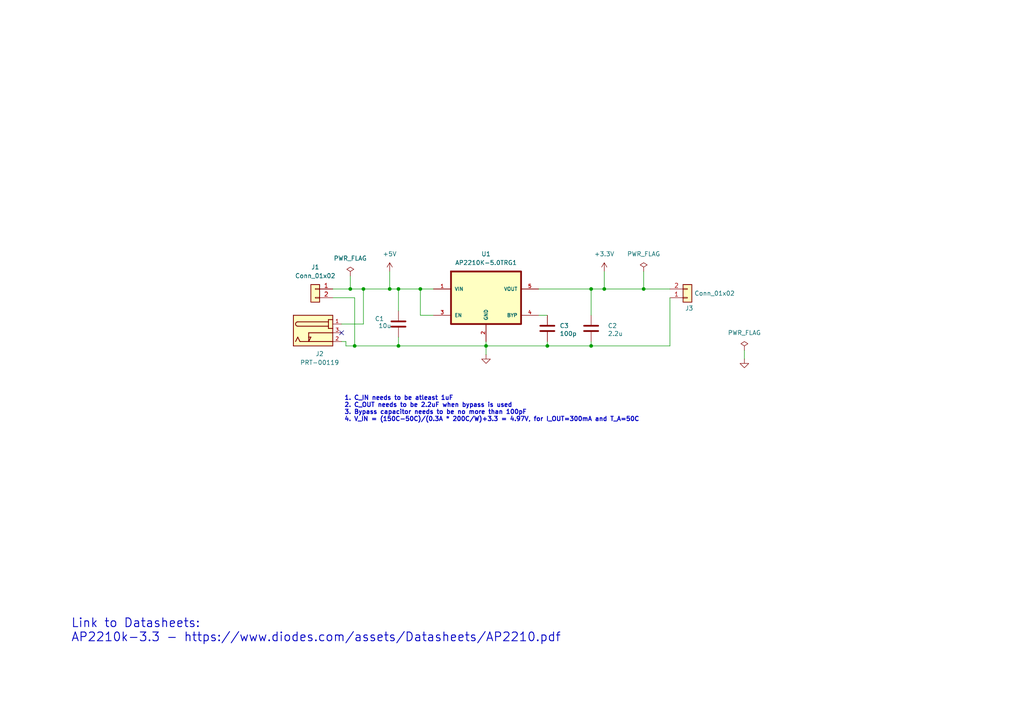
<source format=kicad_sch>
(kicad_sch (version 20231120) (generator "eeschema") (generator_version "8.0")
  (paper "A4")
  (lib_symbols
    (symbol "AP2210K-5.0TRG1:AP2210K-5.0TRG1" (pin_names (offset 1.016))
      (property "Reference" "U" (at -10.16 11.43 0))
      (property "Value" "AP2210K-5.0TRG1" (at -10.16 8.89 0))
      (symbol "AP2210K-5.0TRG1_0_0"
        (rectangle (start -10.16 -7.62) (end 10.16 7.62) (stroke (width 0.508)) (fill (type background)))
        (pin bidirectional line (at -15.24 2.54 0) (length 5.08) (name "VIN") (number "1"))
        (pin bidirectional line (at 0 -12.7 90) (length 5.08) (name "GND") (number "2"))
        (pin bidirectional line (at -15.24 -5.08 0) (length 5.08) (name "EN") (number "3"))
        (pin bidirectional line (at 15.24 -5.08 180) (length 5.08) (name "BYP") (number "4"))
        (pin bidirectional line (at 15.24 2.54 180) (length 5.08) (name "VOUT") (number "5"))
      )
    )
    (symbol "Connector_Generic:Conn_01x02" (pin_names (offset 1.016) hide)
      (property "Reference" "J" (at 0 2.54 0))
      (property "Value" "Conn_01x02" (at 0 -5.08 0))
      (symbol "Conn_01x02_1_1"
        (rectangle (start -1.27 -2.413) (end 0 -2.667) (stroke (width 0.1524)))
        (rectangle (start -1.27 0.127) (end 0 -0.127) (stroke (width 0.1524)))
        (rectangle (start -1.27 1.27) (end 1.27 -3.81) (stroke (width 0.254)) (fill (type background)))
        (pin passive line (at -5.08 0 0) (length 3.81) (name "Pin_1") (number "1"))
        (pin passive line (at -5.08 -2.54 0) (length 3.81) (name "Pin_2") (number "2"))
      )
    )
    (symbol "Device:C" (pin_numbers hide) (pin_names (offset 0.254))
      (property "Reference" "C" (at 0.635 2.54 0))
      (property "Value" "C" (at 0.635 -2.54 0))
      (symbol "C_0_1"
        (polyline (pts (xy -2.032 -0.762) (xy 2.032 -0.762)) (stroke (width 0.508)))
        (polyline (pts (xy -2.032 0.762) (xy 2.032 0.762)) (stroke (width 0.508)))
      )
      (symbol "C_1_1"
        (pin passive line (at 0 3.81 270) (length 2.794) (name "~") (number "1"))
        (pin passive line (at 0 -3.81 90) (length 2.794) (name "~") (number "2"))
      )
    )
    (symbol "my_connectors:PRT-00119" (pin_names (offset 1.016))
      (property "Reference" "J" (at -4.445 5.715 0))
      (property "Value" "PRT-00119" (at -4.445 -6.35 0))
      (symbol "PRT-00119_0_0"
        (rectangle (start -3.81 -3.81) (end 7.62 5.08) (stroke (width 0.254)) (fill (type background)))
        (polyline (pts (xy -3.81 -2.54) (xy 5.715 -2.54)) (stroke (width 0.254)))
        (polyline (pts (xy -3.81 0) (xy 3.175 0)) (stroke (width 0.254)))
        (polyline (pts (xy -3.81 1.27) (xy -2.54 1.27)) (stroke (width 0.254)))
        (polyline (pts (xy -2.54 1.27) (xy -2.54 1.905)) (stroke (width 0.254)))
        (polyline (pts (xy -2.54 1.905) (xy 6.35 1.905)) (stroke (width 0.254)))
        (polyline (pts (xy -2.54 3.175) (xy -2.54 1.905)) (stroke (width 0.254)))
        (polyline (pts (xy -2.54 3.175) (xy -2.54 3.81)) (stroke (width 0.254)))
        (polyline (pts (xy -2.54 3.175) (xy 6.35 3.175)) (stroke (width 0.254)))
        (polyline (pts (xy -2.54 3.81) (xy -3.81 3.81)) (stroke (width 0.254)))
        (polyline (pts (xy 2.54 -1.27) (xy 3.175 -1.27)) (stroke (width 0.254)))
        (polyline (pts (xy 3.175 -2.54) (xy 2.54 -1.27)) (stroke (width 0.254)))
        (polyline (pts (xy 3.175 -1.27) (xy 3.175 -2.54)) (stroke (width 0.254)))
        (polyline (pts (xy 3.175 0) (xy 3.175 -1.27)) (stroke (width 0.254)))
        (polyline (pts (xy 5.715 -2.54) (xy 6.35 -1.27)) (stroke (width 0.254)))
        (polyline (pts (xy 6.35 -1.27) (xy 6.985 -2.54)) (stroke (width 0.254)))
        (arc (start 6.35 1.905) (mid 6.9822 2.54) (end 6.35 3.175) (stroke (width 0.254)))
        (pin bidirectional line (at -6.35 2.54 0) (length 2.54) (name "~") (number "1"))
        (pin bidirectional line (at -6.35 -2.54 0) (length 2.54) (name "~") (number "2"))
        (pin bidirectional line (at -6.35 0 0) (length 2.54) (name "~") (number "3"))
      )
    )
    (symbol "power:+3.3V" (power) (pin_numbers hide) (pin_names (offset 0) hide)
      (property "Value" "+3.3V" (at 0 3.556 0))
      (symbol "+3.3V_0_1"
        (polyline (pts (xy -0.762 1.27) (xy 0 2.54)))
        (polyline (pts (xy 0 0) (xy 0 2.54)))
        (polyline (pts (xy 0 2.54) (xy 0.762 1.27)))
      )
      (symbol "+3.3V_1_1"
        (pin power_in line (at 0 0 90) (length 0) (name "~") (number "1"))
      )
    )
    (symbol "power:+5V" (power) (pin_numbers hide) (pin_names (offset 0) hide)
      (property "Value" "+5V" (at 0 3.556 0))
      (symbol "+5V_0_1"
        (polyline (pts (xy -0.762 1.27) (xy 0 2.54)))
        (polyline (pts (xy 0 0) (xy 0 2.54)))
        (polyline (pts (xy 0 2.54) (xy 0.762 1.27)))
      )
      (symbol "+5V_1_1"
        (pin power_in line (at 0 0 90) (length 0) (name "~") (number "1"))
      )
    )
    (symbol "power:GND" (power) (pin_numbers hide) (pin_names (offset 0) hide)
      (property "Value" "GND" (at 0 -3.81 0))
      (symbol "GND_0_1"
        (polyline (pts (xy 0 0) (xy 0 -1.27) (xy 1.27 -1.27) (xy 0 -2.54) (xy -1.27 -1.27) (xy 0 -1.27)))
      )
      (symbol "GND_1_1"
        (pin power_in line (at 0 0 270) (length 0) (name "~") (number "1"))
      )
    )
    (symbol "power:PWR_FLAG" (power) (pin_numbers hide) (pin_names (offset 0) hide)
      (property "Value" "PWR_FLAG" (at 0 3.81 0))
      (symbol "PWR_FLAG_0_0"
        (pin power_out line (at 0 0 90) (length 0) (name "~") (number "1"))
      )
      (symbol "PWR_FLAG_0_1"
        (polyline (pts (xy 0 0) (xy 0 1.27) (xy -1.016 1.905) (xy 0 2.54) (xy 1.016 1.905) (xy 0 1.27)))
      )
    )
  )
  (junction (at 105.41 83.82))
  (junction (at 113.03 83.82))
  (junction (at 115.57 100.33))
  (junction (at 171.45 100.33))
  (junction (at 171.45 83.82))
  (junction (at 115.57 83.82))
  (junction (at 186.69 83.82))
  (junction (at 102.87 100.33))
  (junction (at 101.6 83.82))
  (junction (at 140.97 100.33))
  (junction (at 121.92 83.82))
  (junction (at 175.26 83.82))
  (junction (at 158.75 100.33))
  (no_connect (at 99.06 96.52))
  (wire (pts (xy 140.97 99.06) (xy 140.97 100.33)))
  (wire (pts (xy 100.33 100.33) (xy 102.87 100.33)))
  (wire (pts (xy 96.52 86.36) (xy 102.87 86.36)))
  (wire (pts (xy 158.75 99.06) (xy 158.75 100.33)))
  (wire (pts (xy 101.6 80.01) (xy 101.6 83.82)))
  (wire (pts (xy 96.52 83.82) (xy 101.6 83.82)))
  (wire (pts (xy 125.73 91.44) (xy 121.92 91.44)))
  (wire (pts (xy 156.21 83.82) (xy 171.45 83.82)))
  (wire (pts (xy 194.31 86.36) (xy 194.31 100.33)))
  (wire (pts (xy 115.57 83.82) (xy 121.92 83.82)))
  (wire (pts (xy 171.45 100.33) (xy 194.31 100.33)))
  (wire (pts (xy 171.45 83.82) (xy 171.45 91.44)))
  (wire (pts (xy 156.21 91.44) (xy 158.75 91.44)))
  (wire (pts (xy 158.75 100.33) (xy 140.97 100.33)))
  (wire (pts (xy 115.57 97.79) (xy 115.57 100.33)))
  (wire (pts (xy 115.57 100.33) (xy 140.97 100.33)))
  (wire (pts (xy 100.33 99.06) (xy 100.33 100.33)))
  (wire (pts (xy 215.9 101.6) (xy 215.9 104.14)))
  (wire (pts (xy 175.26 83.82) (xy 175.26 78.74)))
  (wire (pts (xy 102.87 86.36) (xy 102.87 100.33)))
  (wire (pts (xy 121.92 83.82) (xy 125.73 83.82)))
  (wire (pts (xy 101.6 83.82) (xy 105.41 83.82)))
  (wire (pts (xy 171.45 83.82) (xy 175.26 83.82)))
  (wire (pts (xy 113.03 78.74) (xy 113.03 83.82)))
  (wire (pts (xy 113.03 83.82) (xy 115.57 83.82)))
  (wire (pts (xy 115.57 83.82) (xy 115.57 90.17)))
  (wire (pts (xy 102.87 100.33) (xy 115.57 100.33)))
  (wire (pts (xy 175.26 83.82) (xy 186.69 83.82)))
  (wire (pts (xy 121.92 91.44) (xy 121.92 83.82)))
  (wire (pts (xy 105.41 93.98) (xy 105.41 83.82)))
  (wire (pts (xy 99.06 93.98) (xy 105.41 93.98)))
  (wire (pts (xy 158.75 100.33) (xy 171.45 100.33)))
  (wire (pts (xy 99.06 99.06) (xy 100.33 99.06)))
  (wire (pts (xy 186.69 83.82) (xy 186.69 78.74)))
  (wire (pts (xy 140.97 100.33) (xy 140.97 102.87)))
  (wire (pts (xy 186.69 83.82) (xy 194.31 83.82)))
  (wire (pts (xy 105.41 83.82) (xy 113.03 83.82)))
  (wire (pts (xy 171.45 99.06) (xy 171.45 100.33)))
  (text "1. C_IN needs to be atleast 1uF\n2. C_OUT needs to be 2.2uF when bypass is used\n3. Bypass capacitor needs to be no more than 100pF\n4. V_IN = (150C-50C)/(0.3A * 200C/W)+3.3 = 4.97V, for I_OUT=300mA and T_A=50C" (at 99.822 118.618 0) (effects (font (size 1.27 1.27) (bold yes)) (justify left)))
  (text "Link to Datasheets:\nAP2210k-3.3 - https://www.diodes.com/assets/Datasheets/AP2210.pdf" (at 20.574 182.88 0) (effects (font (size 2.54 2.54) (thickness 0.254) (bold yes)) (justify left)))
  (symbol (lib_id "Connector_Generic:Conn_01x02") (at 91.44 83.82 0) (mirror y) (unit 1)
    (property "Reference" "J1" (at 91.44 77.47 0))
    (property "Value" "Conn_01x02" (at 91.44 80.01 0))
    (property "Footprint" "TerminalBlock_Phoenix:TerminalBlock_Phoenix_PT-1,5-2-5.0-H_1x02_P5.00mm_Horizontal" (effects (hide yes)))
    (property "Description" "Generic connector, single row, 01x02, script generated (kicad-library-utils/schlib/autogen/connector/)" (effects (hide yes)))
  )
  (symbol (lib_id "Connector_Generic:Conn_01x02") (at 199.39 86.36 0) (mirror x) (unit 1)
    (property "Reference" "J3" (at 199.898 89.408 0))
    (property "Value" "Conn_01x02" (at 207.264 85.09 0))
    (property "Footprint" "TerminalBlock_Phoenix:TerminalBlock_Phoenix_PT-1,5-2-5.0-H_1x02_P5.00mm_Horizontal" (effects (hide yes)))
    (property "Description" "Generic connector, single row, 01x02, script generated (kicad-library-utils/schlib/autogen/connector/)" (effects (hide yes)))
  )
  (symbol (lib_id "power:+3.3V") (at 175.26 78.74 0) (unit 1)
    (property "Reference" "#PWR03" (effects (hide yes)))
    (property "Value" "+3.3V" (at 175.26 73.66 0))
    (property "Description" "Power symbol creates a global label with name \"+3.3V\"" (effects (hide yes)))
  )
  (symbol (lib_id "Device:C") (at 158.75 95.25 0) (unit 1)
    (property "Reference" "C3" (at 162.306 94.488 0) (effects (justify left)))
    (property "Value" "100p" (at 162.306 96.774 0) (effects (justify left)))
    (property "Footprint" "Capacitor_SMD:C_0402_1005Metric" (effects (hide yes)))
    (property "Description" "Unpolarized capacitor" (effects (hide yes)))
  )
  (symbol (lib_id "power:GND") (at 140.97 102.87 0) (unit 1)
    (property "Reference" "#PWR02" (effects (hide yes)))
    (property "Value" "GND" (effects (hide yes)))
    (property "Description" "Power symbol creates a global label with name \"GND\" , ground" (effects (hide yes)))
  )
  (symbol (lib_id "power:PWR_FLAG") (at 215.9 101.6 0) (unit 1)
    (property "Reference" "#FLG03" (effects (hide yes)))
    (property "Value" "PWR_FLAG" (at 215.9 96.52 0))
    (property "Description" "Special symbol for telling ERC where power comes from" (effects (hide yes)))
  )
  (symbol (lib_id "power:PWR_FLAG") (at 101.6 80.01 0) (unit 1)
    (property "Reference" "#FLG01" (effects (hide yes)))
    (property "Value" "PWR_FLAG" (at 101.6 74.93 0))
    (property "Description" "Special symbol for telling ERC where power comes from" (effects (hide yes)))
  )
  (symbol (lib_id "Device:C") (at 115.57 93.98 0) (unit 1)
    (property "Reference" "C1" (at 108.712 92.456 0) (effects (justify left)))
    (property "Value" "10u" (at 109.728 94.488 0) (effects (justify left)))
    (property "Footprint" "Capacitor_SMD:C_0603_1608Metric" (effects (hide yes)))
    (property "Description" "Unpolarized capacitor" (effects (hide yes)))
  )
  (symbol (lib_id "power:+5V") (at 113.03 78.74 0) (mirror y) (unit 1)
    (property "Reference" "#PWR01" (effects (hide yes)))
    (property "Value" "+5V" (at 113.03 73.66 0))
    (property "Description" "Power symbol creates a global label with name \"+5V\"" (effects (hide yes)))
  )
  (symbol (lib_id "power:PWR_FLAG") (at 186.69 78.74 0) (unit 1)
    (property "Reference" "#FLG02" (effects (hide yes)))
    (property "Value" "PWR_FLAG" (at 186.69 73.66 0))
    (property "Description" "Special symbol for telling ERC where power comes from" (effects (hide yes)))
  )
  (symbol (lib_id "my_connectors:PRT-00119") (at 92.71 96.52 0) (mirror y) (unit 1)
    (property "Reference" "J2" (at 92.71 102.616 0))
    (property "Value" "PRT-00119" (at 92.71 105.156 0))
    (property "Footprint" "my_connectors:PRT-00119" (effects (hide yes)))
    (property "MF" "SparkFun" (effects (hide yes)))
    (property "Description_1" "\n                        \n                            Power Barrel Connector Jack 0.079 (2.00mm ID), 0.256 (6.50mm OD) Through Hole, Right Angle\n                        \n" (effects (hide yes)))
    (property "Package" "None" (effects (hide yes)))
    (property "Price" "None" (effects (hide yes)))
    (property "SnapEDA_Link" "https://www.snapeda.com/parts/PRT-00119/SparkFun/view-part/?ref=snap" (effects (hide yes)))
    (property "MP" "PRT-00119" (effects (hide yes)))
    (property "Availability" "In Stock" (effects (hide yes)))
    (property "Check_prices" "https://www.snapeda.com/parts/PRT-00119/SparkFun/view-part/?ref=eda" (effects (hide yes)))
  )
  (symbol (lib_id "Device:C") (at 171.45 95.25 0) (unit 1)
    (property "Reference" "C2" (at 176.276 94.488 0) (effects (justify left)))
    (property "Value" "2.2u" (at 176.276 96.774 0) (effects (justify left)))
    (property "Footprint" "Capacitor_SMD:C_0201_0603Metric" (effects (hide yes)))
    (property "Description" "Unpolarized capacitor" (effects (hide yes)))
  )
  (symbol (lib_id "AP2210K-5.0TRG1:AP2210K-5.0TRG1") (at 140.97 86.36 0) (unit 1)
    (property "Reference" "U1" (at 140.97 73.66 0))
    (property "Value" "AP2210K-5.0TRG1" (at 140.97 76.2 0))
    (property "Footprint" "AP2210K-5.0TRG1:SOT-23-5_RAW" (effects (hide yes)))
    (property "MF" "Diodes Inc." (effects (hide yes)))
    (property "Description_1" "\n                        \n                            Linear Voltage Regulator IC Positive Fixed 1 Output  300mA SOT-23-5\n                        \n" (effects (hide yes)))
    (property "Package" "SOT-23-5 Diodes Inc." (effects (hide yes)))
    (property "Price" "None" (effects (hide yes)))
    (property "SnapEDA_Link" "https://www.snapeda.com/parts/AP2210K-5.0TRG1/Diodes+Inc./view-part/?ref=snap" (effects (hide yes)))
    (property "MP" "AP2210K-5.0TRG1" (effects (hide yes)))
    (property "Availability" "In Stock" (effects (hide yes)))
    (property "Check_prices" "https://www.snapeda.com/parts/AP2210K-5.0TRG1/Diodes+Inc./view-part/?ref=eda" (effects (hide yes)))
  )
  (symbol (lib_id "power:GND") (at 215.9 104.14 0) (unit 1)
    (property "Reference" "#PWR04" (effects (hide yes)))
    (property "Value" "GND" (effects (hide yes)))
    (property "Description" "Power symbol creates a global label with name \"GND\" , ground" (effects (hide yes)))
  )
)
</source>
